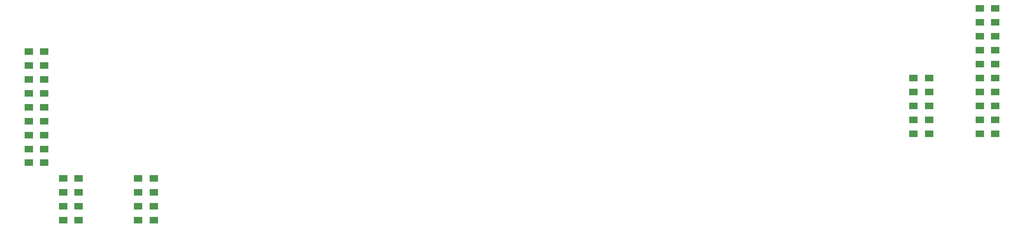
<source format=gbr>
G04 #@! TF.GenerationSoftware,KiCad,Pcbnew,(6.0.0-rc1-306-g01eebd0b9d)*
G04 #@! TF.CreationDate,2022-03-14T13:07:56+00:00*
G04 #@! TF.ProjectId,keyboard,6b657962-6f61-4726-942e-6b696361645f,rev?*
G04 #@! TF.SameCoordinates,Original*
G04 #@! TF.FileFunction,Paste,Bot*
G04 #@! TF.FilePolarity,Positive*
%FSLAX46Y46*%
G04 Gerber Fmt 4.6, Leading zero omitted, Abs format (unit mm)*
G04 Created by KiCad (PCBNEW (6.0.0-rc1-306-g01eebd0b9d)) date 2022-03-14 13:07:56*
%MOMM*%
%LPD*%
G01*
G04 APERTURE LIST*
%ADD10R,1.600000X1.200000*%
G04 APERTURE END LIST*
D10*
X207140000Y-91440000D03*
X204340000Y-91440000D03*
X219205000Y-76200000D03*
X216405000Y-76200000D03*
X43174000Y-91694000D03*
X45974000Y-91694000D03*
X43174000Y-94234000D03*
X45974000Y-94234000D03*
X63116000Y-107188000D03*
X65916000Y-107188000D03*
X43174000Y-78994000D03*
X45974000Y-78994000D03*
X219205000Y-73660000D03*
X216405000Y-73660000D03*
X43174000Y-96774000D03*
X45974000Y-96774000D03*
X49440000Y-107188000D03*
X52240000Y-107188000D03*
X219205000Y-86360000D03*
X216405000Y-86360000D03*
X207140000Y-88900000D03*
X204340000Y-88900000D03*
X49440000Y-102108000D03*
X52240000Y-102108000D03*
X49440000Y-109728000D03*
X52240000Y-109728000D03*
X219205000Y-81280000D03*
X216405000Y-81280000D03*
X219205000Y-71120000D03*
X216405000Y-71120000D03*
X43174000Y-86614000D03*
X45974000Y-86614000D03*
X63116000Y-104648000D03*
X65916000Y-104648000D03*
X43174000Y-81534000D03*
X45974000Y-81534000D03*
X219205000Y-88900000D03*
X216405000Y-88900000D03*
X207140000Y-83820000D03*
X204340000Y-83820000D03*
X43174000Y-84074000D03*
X45974000Y-84074000D03*
X63116000Y-102108000D03*
X65916000Y-102108000D03*
X219205000Y-93980000D03*
X216405000Y-93980000D03*
X43174000Y-89154000D03*
X45974000Y-89154000D03*
X207140000Y-86360000D03*
X204340000Y-86360000D03*
X219205000Y-78740000D03*
X216405000Y-78740000D03*
X49440000Y-104648000D03*
X52240000Y-104648000D03*
X207140000Y-93980000D03*
X204340000Y-93980000D03*
X63116000Y-109728000D03*
X65916000Y-109728000D03*
X43174749Y-99234346D03*
X45974749Y-99234346D03*
X219205000Y-83820000D03*
X216405000Y-83820000D03*
X219205000Y-91440000D03*
X216405000Y-91440000D03*
M02*

</source>
